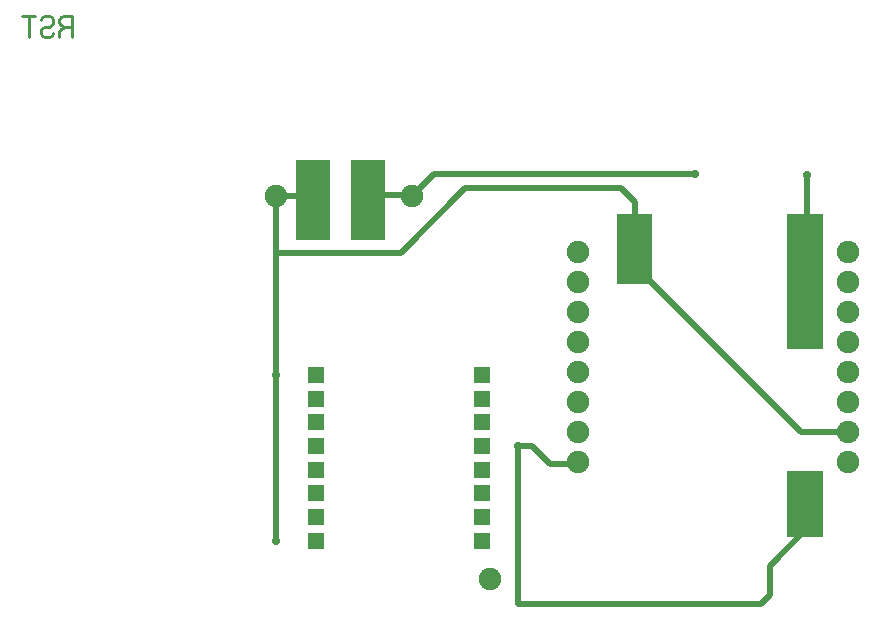
<source format=gbr>
%FSLAX34Y34*%
%MOMM*%
%LNCOPPER_BOTTOM*%
G71*
G01*
%ADD10C,0.222*%
%ADD11C,0.500*%
%ADD12C,0.700*%
%ADD13R,2.900X6.900*%
%ADD14C,1.900*%
%ADD15C,1.800*%
%LPD*%
G54D10*
X-55333Y493890D02*
X-59333Y491668D01*
X-60667Y489445D01*
X-60667Y485001D01*
G54D10*
X-50000Y485001D02*
X-50000Y502779D01*
X-56667Y502779D01*
X-59333Y501668D01*
X-60667Y499445D01*
X-60667Y497223D01*
X-59333Y495001D01*
X-56667Y493890D01*
X-50000Y493890D01*
G54D10*
X-65556Y488334D02*
X-66889Y486112D01*
X-69556Y485001D01*
X-72223Y485001D01*
X-74889Y486112D01*
X-76223Y488334D01*
X-76223Y490557D01*
X-74889Y492779D01*
X-72223Y493890D01*
X-69556Y493890D01*
X-66889Y495001D01*
X-65556Y497223D01*
X-65556Y499445D01*
X-66889Y501668D01*
X-69556Y502779D01*
X-72223Y502779D01*
X-74889Y501668D01*
X-76223Y499445D01*
G54D10*
X-86445Y485001D02*
X-86445Y502779D01*
G54D10*
X-81112Y502779D02*
X-91779Y502779D01*
G54D11*
X238522Y350441D02*
X256778Y368697D01*
X477838Y368697D01*
G36*
X411641Y306306D02*
X441641Y306306D01*
X441641Y276306D01*
X411641Y276306D01*
X411641Y306306D01*
G37*
G36*
X556103Y306306D02*
X586103Y306306D01*
X586103Y276306D01*
X556103Y276306D01*
X556103Y306306D01*
G37*
G36*
X556103Y91994D02*
X586103Y91994D01*
X586103Y61994D01*
X556103Y61994D01*
X556103Y91994D01*
G37*
G36*
X411641Y334881D02*
X441641Y334881D01*
X441641Y304881D01*
X411641Y304881D01*
X411641Y334881D01*
G37*
G36*
X556103Y334881D02*
X586103Y334881D01*
X586103Y304881D01*
X556103Y304881D01*
X556103Y334881D01*
G37*
X572294Y367903D02*
G54D12*
D03*
X477838Y368697D02*
G54D12*
D03*
G54D11*
X572294Y367903D02*
X572294Y321072D01*
X571103Y319881D01*
G36*
X556103Y117394D02*
X586103Y117394D01*
X586103Y87394D01*
X556103Y87394D01*
X556103Y117394D01*
G37*
G36*
X556103Y277334D02*
X586103Y277334D01*
X586103Y247334D01*
X556103Y247334D01*
X556103Y277334D01*
G37*
G36*
X556103Y251141D02*
X586103Y251141D01*
X586103Y221141D01*
X556103Y221141D01*
X556103Y251141D01*
G37*
X201216Y346869D02*
G54D13*
D03*
X153988Y346869D02*
G54D13*
D03*
G54D11*
X123428Y350441D02*
X123428Y302419D01*
X228600Y302419D01*
X282972Y356791D01*
X415528Y356791D01*
X426641Y345678D01*
X426641Y303609D01*
X427038Y303213D01*
G54D11*
X571103Y76994D02*
X571103Y67469D01*
X540941Y37306D01*
X540941Y12303D01*
X533400Y4763D01*
X328216Y4763D01*
G54D11*
X237728Y350837D02*
X209550Y350837D01*
X238522Y350441D02*
G54D14*
D03*
G36*
X303817Y191922D02*
X290317Y191922D01*
X290317Y205422D01*
X303817Y205422D01*
X303817Y191922D01*
G37*
G36*
X303817Y171922D02*
X290317Y171922D01*
X290317Y185422D01*
X303817Y185422D01*
X303817Y171922D01*
G37*
G36*
X303817Y151922D02*
X290317Y151922D01*
X290317Y165422D01*
X303817Y165422D01*
X303817Y151922D01*
G37*
G36*
X303817Y131922D02*
X290317Y131922D01*
X290317Y145422D01*
X303817Y145422D01*
X303817Y131922D01*
G37*
G36*
X303817Y111922D02*
X290317Y111922D01*
X290317Y125422D01*
X303817Y125422D01*
X303817Y111922D01*
G37*
G36*
X303817Y91922D02*
X290317Y91922D01*
X290317Y105422D01*
X303817Y105422D01*
X303817Y91922D01*
G37*
G36*
X303817Y71922D02*
X290317Y71922D01*
X290317Y85422D01*
X303817Y85422D01*
X303817Y71922D01*
G37*
G36*
X303817Y51922D02*
X290317Y51922D01*
X290317Y65422D01*
X303817Y65422D01*
X303817Y51922D01*
G37*
G36*
X163827Y191922D02*
X150327Y191922D01*
X150327Y205422D01*
X163827Y205422D01*
X163827Y191922D01*
G37*
G36*
X163827Y171922D02*
X150327Y171922D01*
X150327Y185422D01*
X163827Y185422D01*
X163827Y171922D01*
G37*
G36*
X163827Y151922D02*
X150327Y151922D01*
X150327Y165422D01*
X163827Y165422D01*
X163827Y151922D01*
G37*
G36*
X163827Y131922D02*
X150327Y131922D01*
X150327Y145422D01*
X163827Y145422D01*
X163827Y131922D01*
G37*
G36*
X163827Y111922D02*
X150327Y111922D01*
X150327Y125422D01*
X163827Y125422D01*
X163827Y111922D01*
G37*
G36*
X163827Y91922D02*
X150327Y91922D01*
X150327Y105422D01*
X163827Y105422D01*
X163827Y91922D01*
G37*
G36*
X163827Y71922D02*
X150327Y71922D01*
X150327Y85422D01*
X163827Y85422D01*
X163827Y71922D01*
G37*
G36*
X163827Y51922D02*
X150327Y51922D01*
X150327Y65422D01*
X163827Y65422D01*
X163827Y51922D01*
G37*
X378619Y302816D02*
G54D15*
D03*
X378619Y277416D02*
G54D15*
D03*
X378619Y252016D02*
G54D15*
D03*
X378619Y226616D02*
G54D15*
D03*
X378619Y201216D02*
G54D15*
D03*
X378619Y175816D02*
G54D15*
D03*
X378619Y150416D02*
G54D15*
D03*
X378619Y125016D02*
G54D15*
D03*
X607219Y302816D02*
G54D15*
D03*
X607219Y277416D02*
G54D15*
D03*
X607219Y252016D02*
G54D15*
D03*
X607219Y226616D02*
G54D15*
D03*
X607219Y201216D02*
G54D15*
D03*
X607219Y175816D02*
G54D15*
D03*
X607219Y150416D02*
G54D15*
D03*
X607219Y125016D02*
G54D15*
D03*
X378619Y302816D02*
G54D14*
D03*
X378619Y277416D02*
G54D14*
D03*
X378619Y252016D02*
G54D14*
D03*
X378619Y226616D02*
G54D14*
D03*
X378619Y201216D02*
G54D14*
D03*
X378619Y175816D02*
G54D14*
D03*
X378619Y150416D02*
G54D14*
D03*
X378619Y125016D02*
G54D14*
D03*
X607219Y302816D02*
G54D14*
D03*
X607219Y277416D02*
G54D14*
D03*
X607219Y252016D02*
G54D14*
D03*
X607219Y226616D02*
G54D14*
D03*
X607219Y201216D02*
G54D14*
D03*
X607219Y175816D02*
G54D14*
D03*
X607219Y150416D02*
G54D14*
D03*
X607219Y125016D02*
G54D14*
D03*
X304403Y25797D02*
G54D14*
D03*
X328216Y138509D02*
G54D12*
D03*
X123342Y198672D02*
G54D12*
D03*
X123342Y58672D02*
G54D12*
D03*
G54D11*
X123342Y58672D02*
X123342Y198672D01*
X123428Y350441D01*
G54D11*
X328216Y138509D02*
X328216Y4763D01*
G54D11*
X328216Y138509D02*
X340122Y138509D01*
X354806Y123825D01*
X377428Y123825D01*
X378619Y125016D01*
G54D11*
X607219Y150416D02*
X567531Y150416D01*
X426641Y291306D01*
X123428Y350441D02*
G54D14*
D03*
G54D11*
X123428Y350441D02*
X150416Y350441D01*
X153988Y346869D01*
M02*

</source>
